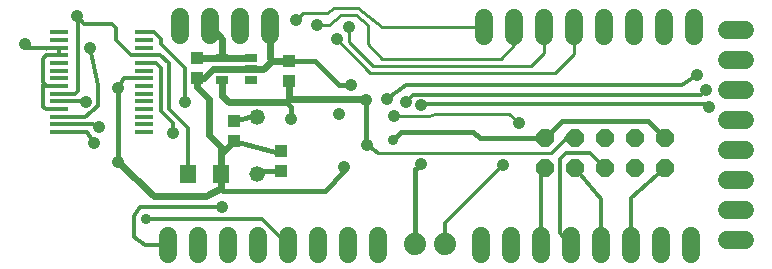
<source format=gbl>
G75*
G70*
%OFA0B0*%
%FSLAX24Y24*%
%IPPOS*%
%LPD*%
%AMOC8*
5,1,8,0,0,1.08239X$1,22.5*
%
%ADD10C,0.0600*%
%ADD11OC8,0.0600*%
%ADD12R,0.0394X0.0276*%
%ADD13R,0.0394X0.0433*%
%ADD14C,0.0520*%
%ADD15R,0.0591X0.0157*%
%ADD16R,0.0551X0.0630*%
%ADD17C,0.0740*%
%ADD18C,0.0410*%
%ADD19C,0.0120*%
%ADD20C,0.0100*%
%ADD21C,0.0360*%
%ADD22C,0.0240*%
%ADD23C,0.0160*%
D10*
X007920Y001182D02*
X007920Y001782D01*
X008920Y001782D02*
X008920Y001182D01*
X009920Y001182D02*
X009920Y001782D01*
X010920Y001782D02*
X010920Y001182D01*
X011920Y001182D02*
X011920Y001782D01*
X012920Y001782D02*
X012920Y001182D01*
X013920Y001182D02*
X013920Y001782D01*
X014920Y001782D02*
X014920Y001182D01*
X018353Y001182D02*
X018353Y001782D01*
X019353Y001782D02*
X019353Y001182D01*
X020353Y001182D02*
X020353Y001782D01*
X021353Y001782D02*
X021353Y001182D01*
X022353Y001182D02*
X022353Y001782D01*
X023353Y001782D02*
X023353Y001182D01*
X024353Y001182D02*
X024353Y001782D01*
X025353Y001782D02*
X025353Y001182D01*
X026553Y001643D02*
X027153Y001643D01*
X027153Y002643D02*
X026553Y002643D01*
X026553Y003643D02*
X027153Y003643D01*
X027153Y004643D02*
X026553Y004643D01*
X026553Y005643D02*
X027153Y005643D01*
X027153Y006643D02*
X026553Y006643D01*
X026553Y007643D02*
X027153Y007643D01*
X025457Y008441D02*
X025457Y009041D01*
X024457Y009041D02*
X024457Y008441D01*
X023457Y008441D02*
X023457Y009041D01*
X022457Y009041D02*
X022457Y008441D01*
X021457Y008441D02*
X021457Y009041D01*
X020457Y009041D02*
X020457Y008441D01*
X019457Y008441D02*
X019457Y009041D01*
X018457Y009041D02*
X018457Y008441D01*
X011308Y008459D02*
X011308Y009059D01*
X010308Y009059D02*
X010308Y008459D01*
X009308Y008459D02*
X009308Y009059D01*
X008308Y009059D02*
X008308Y008459D01*
X026553Y008643D02*
X027153Y008643D01*
D11*
X024492Y005027D03*
X023492Y005027D03*
X022492Y005027D03*
X021492Y005027D03*
X020492Y005027D03*
X020492Y004027D03*
X021492Y004027D03*
X022492Y004027D03*
X023492Y004027D03*
X024492Y004027D03*
D12*
X010681Y006953D03*
X009736Y006953D03*
X010681Y007327D03*
X010681Y007701D03*
X009736Y007701D03*
D13*
X008893Y007709D03*
X008893Y007039D03*
X011962Y006935D03*
X011962Y007605D03*
X010115Y005603D03*
X010115Y004934D03*
X011689Y004613D03*
X011689Y003944D03*
D14*
X010902Y003820D03*
X010902Y005720D03*
D15*
X007138Y005744D03*
X007138Y005488D03*
X007138Y005232D03*
X007138Y006000D03*
X007138Y006256D03*
X007138Y006512D03*
X007138Y006767D03*
X007138Y007023D03*
X007138Y007279D03*
X007138Y007535D03*
X007138Y007791D03*
X007138Y008047D03*
X007138Y008303D03*
X007138Y008559D03*
X004284Y008559D03*
X004284Y008303D03*
X004284Y008047D03*
X004284Y007791D03*
X004284Y007535D03*
X004284Y007279D03*
X004284Y007023D03*
X004284Y006767D03*
X004284Y006512D03*
X004284Y006256D03*
X004284Y006000D03*
X004284Y005744D03*
X004284Y005488D03*
X004284Y005232D03*
D16*
X008591Y003833D03*
X009693Y003833D03*
D17*
X016151Y001492D03*
X017151Y001492D03*
D18*
X009711Y002742D03*
X013781Y004082D03*
X014561Y004802D03*
X016341Y004179D03*
X019101Y004142D03*
X019621Y005522D03*
X016371Y006132D03*
X015861Y006242D03*
X015221Y006322D03*
X014531Y006292D03*
X014021Y006802D03*
X013621Y005842D03*
X012021Y005682D03*
X008501Y006242D03*
X006240Y006692D03*
X005201Y006242D03*
X005613Y005417D03*
X005466Y004877D03*
X006240Y004238D03*
X008101Y005202D03*
X015461Y005762D03*
X013541Y008322D03*
X013941Y008722D03*
X012901Y008802D03*
X012181Y008962D03*
X005317Y008041D03*
X003141Y008162D03*
X004880Y009098D03*
X025541Y007122D03*
X025861Y006642D03*
X025941Y006082D03*
D19*
X007161Y001482D02*
X006801Y001742D01*
X006801Y002442D01*
X007001Y002742D01*
X009711Y002742D01*
X011060Y002342D02*
X011920Y001482D01*
X011060Y002342D02*
X007201Y002342D01*
X007920Y001821D02*
X007920Y001482D01*
X007161Y001482D01*
X008591Y003833D02*
X008581Y004063D01*
X008581Y005362D01*
X007941Y006002D01*
X007941Y007522D01*
X007672Y007791D01*
X007138Y007791D01*
X006702Y007791D01*
X006201Y008292D01*
X006201Y008692D01*
X006051Y008842D01*
X005136Y008842D01*
X004880Y009098D01*
X004924Y009054D01*
X004924Y006600D01*
X004835Y006512D01*
X004284Y006512D01*
X004284Y006767D02*
X003910Y006767D01*
X003743Y006800D01*
X003743Y006058D01*
X003851Y006000D01*
X004284Y006000D01*
X004284Y006256D02*
X005187Y006256D01*
X005201Y006242D01*
X005601Y006092D02*
X005601Y006807D01*
X005317Y008041D01*
X004284Y008047D02*
X004284Y007791D01*
X003851Y007791D01*
X003743Y007683D01*
X003743Y006895D01*
X003870Y006767D01*
X004284Y006767D01*
X005153Y005744D02*
X005601Y006092D01*
X005153Y005744D02*
X004284Y005744D01*
X004284Y005488D02*
X005413Y005517D01*
X005613Y005417D01*
X005209Y005232D02*
X004284Y005232D01*
X005209Y005232D02*
X005466Y004877D01*
X007701Y005922D02*
X008101Y005522D01*
X008101Y005202D01*
X007701Y005922D02*
X007701Y007362D01*
X007527Y007535D01*
X007138Y007535D01*
X007138Y007023D02*
X006469Y007023D01*
X006240Y006692D01*
X007701Y008162D02*
X008501Y007362D01*
X008501Y006242D01*
X004284Y008047D02*
X003841Y008047D01*
X003256Y008047D01*
X003141Y008162D01*
X007138Y008559D02*
X007464Y008559D01*
X007701Y008322D01*
X007701Y008162D01*
X015221Y006322D02*
X015861Y006802D01*
X025061Y006802D01*
X025541Y007122D01*
X025861Y006642D02*
X025701Y006482D01*
X016101Y006482D01*
X015861Y006242D01*
X016371Y006132D02*
X016581Y006162D01*
X025861Y006162D01*
X025941Y006082D01*
X021492Y005027D02*
X021206Y005027D01*
X021181Y004522D02*
X020981Y004322D01*
X020981Y001854D01*
X021353Y001482D01*
X020353Y001482D02*
X020353Y003808D01*
X020492Y004027D01*
X021181Y004522D02*
X021998Y004522D01*
X022492Y004027D01*
X021492Y004027D02*
X022353Y003007D01*
X022353Y001482D01*
X023353Y001482D02*
X023353Y003048D01*
X024492Y004027D01*
X019101Y004142D02*
X017151Y002192D01*
X017151Y001492D01*
X014921Y004522D02*
X014561Y004802D01*
X014531Y004832D01*
D20*
X014921Y004522D02*
X020701Y004522D01*
X021206Y005027D01*
X019621Y005522D02*
X019301Y005842D01*
X016821Y005842D01*
X016611Y005782D01*
X015591Y005782D01*
X015461Y005762D01*
X014661Y007202D02*
X013541Y008322D01*
X013941Y008242D02*
X014741Y007442D01*
X020021Y007442D01*
X020457Y007879D01*
X020457Y008741D01*
X019457Y008741D02*
X019457Y008119D01*
X019021Y007682D01*
X015061Y007682D01*
X014581Y008162D01*
X014581Y008802D01*
X014181Y009122D01*
X013701Y009122D01*
X013301Y008802D01*
X012901Y008802D01*
X012421Y009202D02*
X012181Y008962D01*
X012421Y009202D02*
X013221Y009202D01*
X013461Y009362D01*
X014261Y009362D01*
X015042Y008741D01*
X018457Y008741D01*
X020821Y007202D02*
X021457Y007839D01*
X021457Y008741D01*
X020821Y007202D02*
X014661Y007202D01*
X013941Y008242D02*
X013941Y008722D01*
X003841Y008047D02*
X003841Y008017D01*
X016144Y003982D02*
X016151Y003982D01*
X024412Y005163D02*
X024492Y005027D01*
D21*
X015416Y004977D03*
X007201Y002342D03*
D22*
X007466Y003112D02*
X006240Y004238D01*
X009301Y005122D02*
X009693Y004729D01*
X009693Y003833D01*
X009693Y003354D01*
X009201Y003112D01*
X007466Y003112D01*
X009693Y003833D02*
X009693Y004513D01*
X010115Y004934D01*
X009301Y005122D02*
X009301Y006322D01*
X008893Y006730D01*
X008893Y007039D01*
X009138Y007039D01*
X009426Y007327D01*
X010681Y007327D01*
X011106Y007327D01*
X011341Y007562D01*
X011308Y007755D01*
X011308Y008759D01*
X009736Y008330D02*
X009308Y008759D01*
X009736Y008330D02*
X009736Y007701D01*
X008900Y007701D01*
X008893Y007709D01*
X009736Y007701D02*
X010681Y007701D01*
X011341Y007562D02*
X011383Y007605D01*
X011962Y007605D01*
X011962Y006935D02*
X011962Y006322D01*
X014521Y006322D01*
X011962Y006322D02*
X011882Y006242D01*
X011861Y006242D01*
X009941Y006242D01*
X009736Y006446D01*
X009736Y006953D01*
D23*
X011861Y006242D02*
X012021Y006082D01*
X012021Y005682D01*
X010902Y005720D02*
X010631Y005720D01*
X010115Y005603D01*
X010115Y004934D02*
X011611Y004534D01*
X011689Y004613D01*
X011689Y003944D02*
X011025Y003944D01*
X010902Y003820D01*
X009766Y003282D02*
X009693Y003354D01*
X009766Y003282D02*
X013141Y003282D01*
X013781Y003922D01*
X013781Y004082D01*
X014531Y004832D02*
X014531Y006292D01*
X014021Y006802D02*
X013621Y006802D01*
X012821Y007602D01*
X011965Y007602D01*
X011962Y007605D01*
X006240Y006692D02*
X006240Y004238D01*
X015416Y004977D02*
X015681Y005242D01*
X018101Y005242D01*
X018315Y005027D01*
X020492Y005027D01*
X021067Y005602D01*
X023918Y005602D01*
X024492Y005027D01*
X016341Y004179D02*
X016144Y003982D01*
X016151Y003982D02*
X016151Y003992D01*
X016151Y003982D02*
X016151Y001492D01*
M02*

</source>
